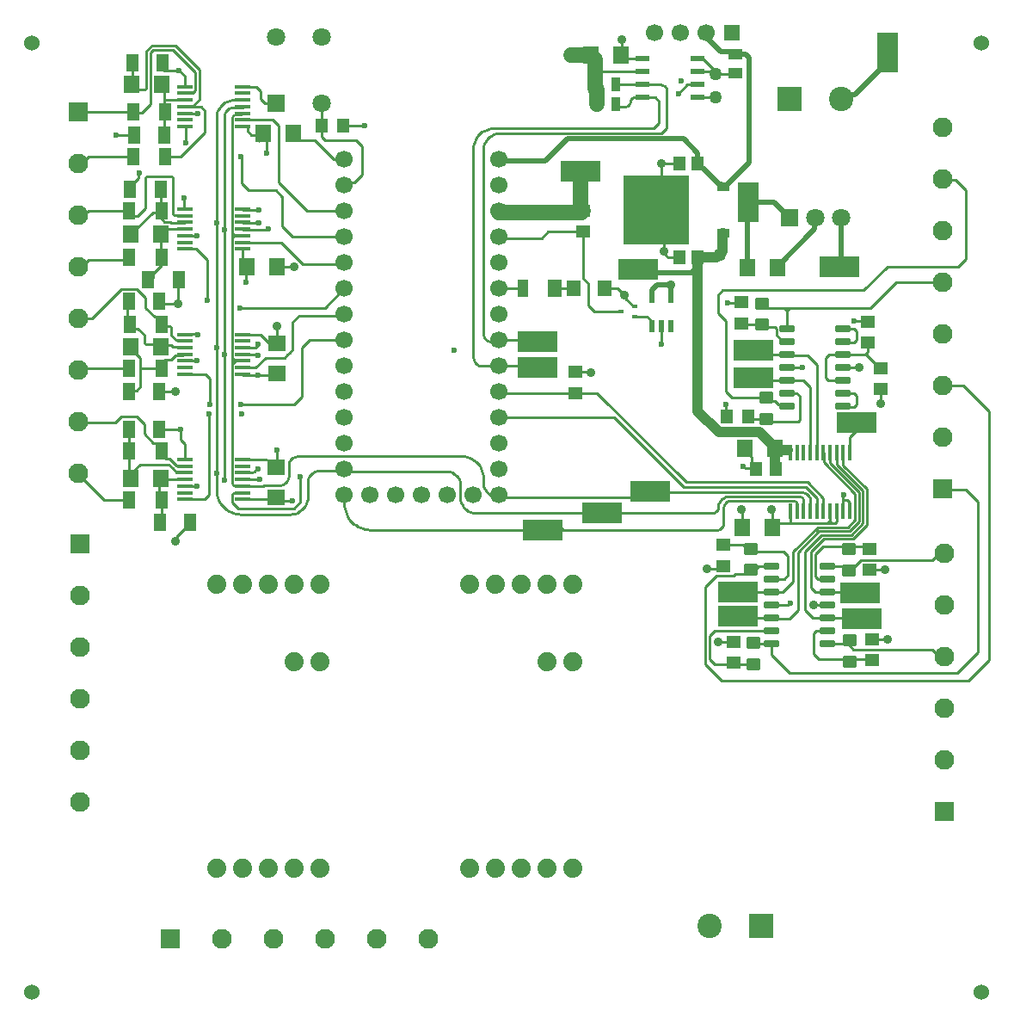
<source format=gtl>
G04*
G04 #@! TF.GenerationSoftware,Altium Limited,Altium Designer,20.1.14 (287)*
G04*
G04 Layer_Physical_Order=1*
G04 Layer_Color=255*
%FSLAX25Y25*%
%MOIN*%
G70*
G04*
G04 #@! TF.SameCoordinates,7A970C34-DB54-4F81-A8C4-4C09E61C51C5*
G04*
G04*
G04 #@! TF.FilePolarity,Positive*
G04*
G01*
G75*
%ADD19C,0.01000*%
%ADD24R,0.05750X0.02100*%
%ADD31R,0.02000X0.04650*%
%ADD44C,0.07087*%
%ADD59C,0.02000*%
%ADD60C,0.05906*%
%ADD61R,0.08268X0.15748*%
%ADD62R,0.04528X0.05709*%
%ADD63R,0.25600X0.26500*%
%ADD64R,0.06260X0.07165*%
%ADD65R,0.05512X0.05906*%
%ADD66R,0.05591X0.04724*%
G04:AMPARAMS|DCode=67|XSize=23.62mil|YSize=57.09mil|CornerRadius=2.01mil|HoleSize=0mil|Usage=FLASHONLY|Rotation=90.000|XOffset=0mil|YOffset=0mil|HoleType=Round|Shape=RoundedRectangle|*
%AMROUNDEDRECTD67*
21,1,0.02362,0.05307,0,0,90.0*
21,1,0.01961,0.05709,0,0,90.0*
1,1,0.00402,0.02653,0.00980*
1,1,0.00402,0.02653,-0.00980*
1,1,0.00402,-0.02653,-0.00980*
1,1,0.00402,-0.02653,0.00980*
%
%ADD67ROUNDEDRECTD67*%
%ADD68R,0.04724X0.05827*%
G04:AMPARAMS|DCode=69|XSize=59.06mil|YSize=16.14mil|CornerRadius=2.02mil|HoleSize=0mil|Usage=FLASHONLY|Rotation=270.000|XOffset=0mil|YOffset=0mil|HoleType=Round|Shape=RoundedRectangle|*
%AMROUNDEDRECTD69*
21,1,0.05906,0.01211,0,0,270.0*
21,1,0.05502,0.01614,0,0,270.0*
1,1,0.00404,-0.00605,-0.02751*
1,1,0.00404,-0.00605,0.02751*
1,1,0.00404,0.00605,0.02751*
1,1,0.00404,0.00605,-0.02751*
%
%ADD69ROUNDEDRECTD69*%
%ADD70R,0.04724X0.05591*%
%ADD71R,0.02362X0.01575*%
%ADD72R,0.07165X0.06260*%
G04:AMPARAMS|DCode=73|XSize=58.27mil|YSize=16.14mil|CornerRadius=0.81mil|HoleSize=0mil|Usage=FLASHONLY|Rotation=0.000|XOffset=0mil|YOffset=0mil|HoleType=Round|Shape=RoundedRectangle|*
%AMROUNDEDRECTD73*
21,1,0.05827,0.01453,0,0,0.0*
21,1,0.05665,0.01614,0,0,0.0*
1,1,0.00161,0.02833,-0.00726*
1,1,0.00161,-0.02833,-0.00726*
1,1,0.00161,-0.02833,0.00726*
1,1,0.00161,0.02833,0.00726*
%
%ADD73ROUNDEDRECTD73*%
%ADD74R,0.05039X0.06969*%
%ADD75R,0.05433X0.04095*%
%ADD76R,0.15748X0.08268*%
%ADD77R,0.04800X0.03500*%
%ADD78R,0.03819X0.05433*%
G04:AMPARAMS|DCode=79|XSize=47.24mil|YSize=55.91mil|CornerRadius=5.91mil|HoleSize=0mil|Usage=FLASHONLY|Rotation=90.000|XOffset=0mil|YOffset=0mil|HoleType=Round|Shape=RoundedRectangle|*
%AMROUNDEDRECTD79*
21,1,0.04724,0.04409,0,0,90.0*
21,1,0.03543,0.05591,0,0,90.0*
1,1,0.01181,0.02205,0.01772*
1,1,0.01181,0.02205,-0.01772*
1,1,0.01181,-0.02205,-0.01772*
1,1,0.01181,-0.02205,0.01772*
%
%ADD79ROUNDEDRECTD79*%
%ADD80R,0.04449X0.06969*%
%ADD81R,0.05236X0.06969*%
%ADD82R,0.04764X0.06969*%
%ADD83C,0.03937*%
%ADD84C,0.06693*%
%ADD85R,0.06378X0.06378*%
%ADD86R,0.07677X0.07677*%
%ADD87C,0.07677*%
%ADD88R,0.09449X0.09449*%
%ADD89C,0.09449*%
%ADD90C,0.07400*%
%ADD91R,0.07087X0.07087*%
%ADD92R,0.07087X0.07087*%
%ADD93R,0.07677X0.07677*%
%ADD94C,0.06000*%
%ADD95C,0.02362*%
%ADD96C,0.03543*%
%ADD97C,0.05000*%
D19*
X91343Y358500D02*
X90346Y358429D01*
X89370Y358216D01*
X88435Y357867D01*
X87558Y357389D01*
X86759Y356790D01*
X86052Y356084D01*
X85454Y355285D01*
X84975Y354408D01*
X84626Y353472D01*
X84414Y352496D01*
X84342Y351500D01*
X193842Y205001D02*
X194344Y204500D01*
X193842Y205001D02*
X194344Y204500D01*
X183843Y259000D02*
X184014Y257918D01*
X184511Y256943D01*
X185285Y256168D01*
X186261Y255671D01*
X187343Y255500D01*
X191842Y347500D02*
X190878Y347442D01*
X189928Y347268D01*
X189006Y346980D01*
X188125Y346584D01*
X187298Y346084D01*
X186538Y345488D01*
X185854Y344805D01*
X185259Y344044D01*
X184759Y343218D01*
X184362Y342337D01*
X184075Y341414D01*
X183901Y340464D01*
X183843Y339500D01*
X239004Y357000D02*
X239297Y356293D01*
X240004Y356000D01*
X252842Y347500D02*
X253770Y347647D01*
X254606Y348073D01*
X255270Y348737D01*
X255696Y349573D01*
X255842Y350500D01*
X242843Y356000D02*
X243843Y356268D01*
X244575Y357000D01*
X244843Y358000D01*
X246342Y359500D02*
X245282Y359061D01*
X244843Y358000D01*
X187843Y267500D02*
X188033Y266544D01*
X188574Y265733D01*
X189385Y265192D01*
X190341Y265002D01*
X193842Y345500D02*
X192801Y345409D01*
X191790Y345138D01*
X190842Y344696D01*
X189986Y344096D01*
X189246Y343357D01*
X188646Y342500D01*
X188204Y341552D01*
X187934Y340542D01*
X187843Y339500D01*
X258842Y362000D02*
X258652Y362957D01*
X258110Y363768D01*
X257299Y364310D01*
X256343Y364500D01*
X255842Y345500D02*
X256770Y345647D01*
X257606Y346073D01*
X258270Y346737D01*
X258696Y347573D01*
X258842Y348500D01*
X92254Y257441D02*
X91338Y257195D01*
X90667Y256525D01*
X90421Y255608D01*
Y259274D02*
X90667Y258357D01*
X91338Y257686D01*
X92254Y257441D01*
X91862Y305941D02*
X90843Y305519D01*
X90421Y304500D01*
X90421Y350079D02*
X90421Y350096D01*
X91362Y305941D02*
X91343Y305941D01*
X90421Y307500D02*
X90878Y306398D01*
X91980Y305941D01*
X91789Y352917D02*
X90822Y352517D01*
X90421Y351549D01*
X187843Y210000D02*
X187939Y209025D01*
X188223Y208087D01*
X188685Y207223D01*
X189307Y206466D01*
X190064Y205844D01*
X190928Y205382D01*
X191866Y205098D01*
X192841Y205001D01*
X314504Y203339D02*
X314349Y204315D01*
X313900Y205197D01*
X313201Y205896D01*
X312319Y206345D01*
X311343Y206500D01*
X249843Y204500D02*
X250799Y204690D01*
X251610Y205232D01*
X252152Y206043D01*
X252343Y207000D01*
X252842Y206500D01*
X115842Y220500D02*
X114761Y220329D01*
X113785Y219832D01*
X113011Y219057D01*
X112514Y218082D01*
X112343Y217000D01*
X187843Y212000D02*
X187780Y213024D01*
X187595Y214034D01*
X187290Y215014D01*
X186869Y215950D01*
X186338Y216828D01*
X185705Y217636D01*
X184979Y218362D01*
X184171Y218995D01*
X183293Y219526D01*
X182357Y219948D01*
X181377Y220253D01*
X180367Y220438D01*
X179342Y220500D01*
X84342Y207538D02*
X84395Y206541D01*
X84551Y205555D01*
X84809Y204591D01*
X85167Y203659D01*
X85620Y202769D01*
X86164Y201932D01*
X86792Y201156D01*
X87498Y200450D01*
X88274Y199822D01*
X89112Y199278D01*
X90001Y198825D01*
X90933Y198467D01*
X91897Y198208D01*
X92883Y198052D01*
X93880Y198000D01*
X112789D02*
X113793Y198072D01*
X114776Y198286D01*
X115719Y198637D01*
X116603Y199120D01*
X117408Y199723D01*
X118120Y200434D01*
X118723Y201240D01*
X119205Y202123D01*
X119557Y203066D01*
X119771Y204050D01*
X119843Y205053D01*
X178842Y204500D02*
X178934Y203458D01*
X179204Y202448D01*
X179646Y201500D01*
X180246Y200643D01*
X180986Y199904D01*
X181843Y199304D01*
X182790Y198862D01*
X183801Y198591D01*
X184843Y198500D01*
X98252Y214059D02*
X99262Y214477D01*
X99680Y215487D01*
X178842Y209500D02*
X178746Y210475D01*
X178462Y211413D01*
X178000Y212278D01*
X177378Y213035D01*
X176620Y213657D01*
X175756Y214119D01*
X174818Y214404D01*
X173843Y214500D01*
X124343Y215000D02*
X123341Y214887D01*
X122390Y214554D01*
X121537Y214018D01*
X120824Y213306D01*
X120288Y212453D01*
X119955Y211501D01*
X119843Y210500D01*
X276343Y198500D02*
X277299Y198690D01*
X278110Y199232D01*
X278652Y200043D01*
X278842Y201000D01*
X98998Y262620D02*
X99343Y262681D01*
X99269Y311000D02*
X99843Y311181D01*
X90976Y355634D02*
X90036Y355510D01*
X89159Y355147D01*
X88407Y354570D01*
X87829Y353817D01*
X87466Y352941D01*
X87343Y352000D01*
X133918Y202035D02*
X133966Y201055D01*
X134110Y200084D01*
X134349Y199132D01*
X134679Y198208D01*
X135099Y197321D01*
X135603Y196480D01*
X136188Y195691D01*
X136847Y194964D01*
X137574Y194305D01*
X138362Y193721D01*
X139204Y193216D01*
X140091Y192797D01*
X141015Y192466D01*
X141967Y192227D01*
X142938Y192083D01*
X143918Y192035D01*
X283724Y203382D02*
X282834Y203241D01*
X282031Y202832D01*
X281393Y202194D01*
X280984Y201391D01*
X280842Y200500D01*
X309386Y202045D02*
X308994Y202990D01*
X308049Y203382D01*
X106342Y216350D02*
X106127Y217432D01*
X105515Y218349D01*
X104597Y218962D01*
X103516Y219177D01*
X284768Y148500D02*
X284842Y148575D01*
X287992Y198850D02*
X287842Y199000D01*
X337417Y176500D02*
X337343Y176425D01*
X338342Y149575D02*
X338417Y149500D01*
X229343Y253000D02*
X229268Y253075D01*
X287992Y198850D02*
X287842Y199000D01*
X106342Y216350D02*
X106127Y217432D01*
X105515Y218349D01*
X104597Y218962D01*
X103516Y219177D01*
X282142Y177500D02*
X282567Y177925D01*
X299693Y199650D02*
X299417Y199925D01*
X309386Y202045D02*
X308994Y202990D01*
X308049Y203382D01*
X283724D02*
X282834Y203241D01*
X282031Y202832D01*
X281393Y202194D01*
X280984Y201391D01*
X280842Y200500D01*
X218342Y192500D02*
X218807Y192035D01*
X278378D02*
X279321Y192223D01*
X280121Y192757D01*
X280655Y193557D01*
X280842Y194500D01*
X133918Y202035D02*
X133966Y201055D01*
X134110Y200084D01*
X134349Y199132D01*
X134679Y198208D01*
X135099Y197321D01*
X135603Y196480D01*
X136188Y195691D01*
X136847Y194964D01*
X137574Y194305D01*
X138362Y193721D01*
X139204Y193216D01*
X140091Y192797D01*
X141015Y192466D01*
X141967Y192227D01*
X142938Y192083D01*
X143918Y192035D01*
X90976Y355634D02*
X90036Y355510D01*
X89159Y355147D01*
X88407Y354570D01*
X87829Y353817D01*
X87466Y352941D01*
X87343Y352000D01*
X99269Y311000D02*
X99843Y311181D01*
X98999Y262620D02*
X99342Y262681D01*
X311945Y203414D02*
X311515Y204452D01*
X310477Y204882D01*
X282724D02*
X281720Y204750D01*
X280784Y204362D01*
X279979Y203745D01*
X279363Y202941D01*
X278975Y202005D01*
X278842Y201000D01*
X178842Y204500D02*
X178934Y203458D01*
X179204Y202448D01*
X179646Y201500D01*
X180246Y200643D01*
X180986Y199904D01*
X181843Y199304D01*
X182790Y198862D01*
X183801Y198591D01*
X184843Y198500D01*
X178842Y209500D02*
X178746Y210475D01*
X178462Y211413D01*
X178000Y212278D01*
X177378Y213035D01*
X176620Y213657D01*
X175756Y214119D01*
X174818Y214404D01*
X173843Y214500D01*
X276343Y198500D02*
X277299Y198690D01*
X278110Y199232D01*
X278652Y200043D01*
X278842Y201000D01*
X98252Y214059D02*
X99262Y214477D01*
X99680Y215487D01*
X124343Y215000D02*
X123341Y214887D01*
X122390Y214554D01*
X121537Y214018D01*
X120824Y213306D01*
X120288Y212453D01*
X119955Y211501D01*
X119843Y210500D01*
X112789Y198000D02*
X113793Y198072D01*
X114776Y198286D01*
X115719Y198637D01*
X116603Y199120D01*
X117408Y199723D01*
X118120Y200434D01*
X118723Y201240D01*
X119205Y202123D01*
X119557Y203066D01*
X119771Y204050D01*
X119843Y205053D01*
X84342Y207538D02*
X84395Y206541D01*
X84551Y205555D01*
X84809Y204591D01*
X85167Y203659D01*
X85620Y202769D01*
X86164Y201932D01*
X86792Y201156D01*
X87498Y200450D01*
X88274Y199822D01*
X89112Y199278D01*
X90001Y198825D01*
X90933Y198467D01*
X91897Y198208D01*
X92883Y198052D01*
X93880Y198000D01*
X93778Y352917D02*
X94620Y353379D01*
X91967Y305941D02*
X91980Y305941D01*
X92239Y257441D02*
X92254Y257441D01*
X91362Y305941D02*
X91343Y305941D01*
X252343Y207000D02*
X252842Y206500D01*
X249843Y204500D02*
X250799Y204690D01*
X251610Y205232D01*
X252152Y206043D01*
X252343Y207000D01*
X187843Y210000D02*
X187939Y209025D01*
X188223Y208087D01*
X188685Y207223D01*
X189307Y206466D01*
X190064Y205844D01*
X190928Y205382D01*
X191866Y205098D01*
X192841Y205001D01*
X314504Y203339D02*
X314349Y204315D01*
X313900Y205197D01*
X313201Y205896D01*
X312319Y206345D01*
X311343Y206500D01*
X187843Y212000D02*
X187780Y213024D01*
X187595Y214034D01*
X187290Y215014D01*
X186869Y215950D01*
X186338Y216828D01*
X185705Y217636D01*
X184979Y218362D01*
X184171Y218995D01*
X183293Y219526D01*
X182357Y219948D01*
X181377Y220253D01*
X180367Y220438D01*
X179342Y220500D01*
X115842Y220500D02*
X114761Y220329D01*
X113785Y219832D01*
X113011Y219057D01*
X112514Y218082D01*
X112343Y217000D01*
X109178Y209088D02*
X110199Y209457D01*
X111082Y210086D01*
X111765Y210929D01*
X112195Y211925D01*
X112343Y213000D01*
X108973Y209067D02*
X109178Y209088D01*
X102760Y209067D02*
X102339Y208996D01*
X102011Y208941D02*
X102339Y208996D01*
X90421Y307486D02*
X90878Y306398D01*
X91967Y305941D01*
X91862Y305941D02*
X90848Y305523D01*
X90421Y304513D01*
X90421Y307500D02*
X90421Y307486D01*
X90421Y350092D02*
X90421Y350096D01*
X90421Y350079D02*
Y350092D01*
Y350079D02*
Y350079D01*
X90421Y259274D02*
X90421Y259259D01*
Y304513D02*
X90421Y304500D01*
X91932Y257470D02*
X92239Y257441D01*
X90421Y259259D02*
X90620Y258443D01*
X91161Y257802D01*
X91932Y257470D01*
X92239Y257441D02*
X91333Y257193D01*
X90669Y256529D01*
X90421Y255623D01*
X92254Y257441D02*
X92239Y257441D01*
X90421Y210207D02*
X90792Y209312D01*
X91687Y208941D01*
X90421Y255623D02*
X90421Y255608D01*
X258842Y362000D02*
X258652Y362957D01*
X258110Y363768D01*
X257299Y364310D01*
X256343Y364500D01*
X255842Y345500D02*
X256770Y345647D01*
X257606Y346073D01*
X258270Y346737D01*
X258696Y347573D01*
X258842Y348500D01*
X193842Y345500D02*
X192801Y345409D01*
X191790Y345138D01*
X190842Y344696D01*
X189986Y344096D01*
X189246Y343357D01*
X188646Y342500D01*
X188204Y341552D01*
X187934Y340542D01*
X187843Y339500D01*
Y267500D02*
X188033Y266544D01*
X188574Y265733D01*
X189385Y265192D01*
X190341Y265002D01*
X246342Y359500D02*
X245282Y359061D01*
X244843Y358000D01*
X242843Y356000D02*
X243843Y356268D01*
X244575Y357000D01*
X244843Y358000D01*
X252842Y347500D02*
X253770Y347647D01*
X254606Y348073D01*
X255270Y348737D01*
X255696Y349573D01*
X255842Y350500D01*
X239004Y357000D02*
X239297Y356293D01*
X240004Y356000D01*
X191842Y347500D02*
X190878Y347442D01*
X189928Y347268D01*
X189006Y346980D01*
X188125Y346584D01*
X187298Y346084D01*
X186538Y345488D01*
X185854Y344805D01*
X185259Y344044D01*
X184759Y343218D01*
X184362Y342337D01*
X184075Y341414D01*
X183901Y340464D01*
X183843Y339500D01*
Y259000D02*
X184014Y257918D01*
X184511Y256943D01*
X185285Y256168D01*
X186261Y255671D01*
X187343Y255500D01*
X133843Y205000D02*
X133918Y204012D01*
X45342Y345000D02*
X52457D01*
X290861Y183575D02*
X304268D01*
X288361Y186075D02*
X290861Y183575D01*
X30843Y213500D02*
Y214000D01*
X40843Y203500D02*
X50642D01*
X30843Y213500D02*
X40843Y203500D01*
X30843Y234000D02*
X31343Y233500D01*
X47404Y235772D02*
X53510D01*
X45132Y233500D02*
X47404Y235772D01*
X31343Y233500D02*
X45132D01*
X53510Y235772D02*
X56343Y232939D01*
Y229061D02*
Y232939D01*
X30843Y254000D02*
X31343Y254500D01*
X50642D01*
X63244Y271000D02*
X66257D01*
X36132Y274000D02*
X47404Y285272D01*
X30843Y274000D02*
X36132D01*
X49642Y296500D02*
X50642Y297500D01*
X30843Y294000D02*
X32267D01*
X34767Y296500D01*
X49642D01*
X30843Y314000D02*
X32120Y315278D01*
X34545D01*
X34767Y315500D02*
X50642D01*
X34545Y315278D02*
X34767Y315500D01*
X30843Y334000D02*
X32267D01*
X34767Y336500D01*
X52142D01*
X30843Y354000D02*
X52142D01*
X64193Y358500D02*
Y361500D01*
Y353850D02*
Y358500D01*
X72063D01*
X64193Y353850D02*
X64543Y353500D01*
X64228Y353185D02*
X64543Y353500D01*
X91343Y358500D02*
X94622D01*
X107846Y203319D02*
X113662D01*
X107343Y203823D02*
X107846Y203319D01*
X373843Y248000D02*
X383842Y238000D01*
X371342Y136500D02*
X379343Y144500D01*
X375842Y133500D02*
X383842Y141500D01*
X379343Y144500D02*
Y203000D01*
X383842Y141500D02*
Y238000D01*
X374843Y207500D02*
X379343Y203000D01*
X282724Y204882D02*
X310477D01*
X283724Y203382D02*
X308049D01*
X90421Y255608D02*
Y257603D01*
Y259274D01*
Y304500D02*
Y306000D01*
Y307500D01*
Y350079D01*
Y350096D02*
Y351549D01*
X90584Y257441D02*
X92254D01*
X91789Y352917D02*
X93778D01*
X108343Y209067D02*
X108973D01*
X192841Y205001D02*
X193842D01*
X63043Y222500D02*
Y223602D01*
X61161Y225484D02*
X63043Y223602D01*
X59920Y225484D02*
X61161D01*
X56343Y229061D02*
X59920Y225484D01*
X56965Y277939D02*
X60419Y274484D01*
X56965Y277939D02*
Y281817D01*
X60419Y274484D02*
X61362D01*
X63244Y271500D02*
Y272602D01*
X53510Y285272D02*
X56965Y281817D01*
X47404Y285272D02*
X53510D01*
X61362Y274484D02*
X63244Y272602D01*
X52142Y353500D02*
X55343D01*
X193842Y305001D02*
X210344D01*
X295708Y241754D02*
X300954D01*
X285396Y175000D02*
X291399D01*
X294399Y178000D01*
X292342Y148000D02*
X299614D01*
X187343Y255500D02*
X193842D01*
X183843Y259000D02*
Y339500D01*
X191842Y347500D02*
X252842D01*
X240004Y356000D02*
X242843D01*
X246342Y359500D02*
X249393D01*
X190341Y265001D02*
X193842D01*
X187843Y267500D02*
Y339500D01*
X193842Y345500D02*
X255842D01*
X258842Y348500D02*
Y362000D01*
X249393Y364500D02*
X256343D01*
X330842Y158000D02*
X333842Y155000D01*
X329842Y141925D02*
X338342D01*
X328458D02*
X329842D01*
X328458D02*
X328842D01*
X319342Y185500D02*
X336417D01*
X282842Y139925D02*
X290342D01*
X277428D02*
X282842D01*
X193842Y245001D02*
X223266D01*
X216508Y285500D02*
X224437D01*
X51957Y362500D02*
Y370000D01*
Y362035D02*
Y362500D01*
X72677Y355941D02*
X75305D01*
X78373D01*
X50142Y271500D02*
X51642Y270000D01*
X62693Y263500D02*
X62843D01*
X62343D02*
X62843D01*
X62693D02*
X62843D01*
X63342Y263000D01*
Y263500D02*
X66823D01*
X49957Y271685D02*
X50142Y271500D01*
X62843Y263500D02*
X63342D01*
X50457Y246500D02*
X50957Y246000D01*
X50492Y263047D02*
X54843Y258697D01*
Y254500D02*
Y255000D01*
Y258697D01*
X50992Y305000D02*
X53622Y307630D01*
X62728Y315500D02*
Y322000D01*
X57842Y287500D02*
X59862Y289520D01*
X62693Y295850D02*
Y304453D01*
Y305000D02*
X64252Y306559D01*
X62193Y205350D02*
Y212500D01*
X63193Y211500D01*
X63043Y197087D02*
Y204500D01*
X283642Y368500D02*
X284642Y369500D01*
X90480Y305941D02*
X91343D01*
Y305921D02*
Y305941D01*
X91362Y305941D02*
X91862D01*
X194344Y204500D02*
X249843D01*
X252842Y206500D02*
X311343D01*
X92254Y257441D02*
X94622D01*
X91862Y305941D02*
X91980D01*
X187843Y210000D02*
Y212000D01*
X112343Y213000D02*
Y217000D01*
X115842Y220500D02*
X179342D01*
X102760Y209067D02*
X108343D01*
X91980Y305941D02*
X94622D01*
X90421Y210207D02*
Y255608D01*
Y259274D02*
Y304500D01*
X84342Y207538D02*
Y214000D01*
X93880Y198000D02*
X112789D01*
X94622Y214059D02*
X98252D01*
X94183Y262620D02*
X98998D01*
X94622Y311000D02*
X99269D01*
X119843Y205053D02*
Y210500D01*
X178842Y204500D02*
Y209500D01*
X184843Y198500D02*
X276343D01*
X124343Y215000D02*
X133843D01*
X134343Y214500D02*
X173843D01*
X99343Y262681D02*
X100343Y263681D01*
X87343Y308319D02*
Y352000D01*
X94303Y259819D02*
X100024D01*
X94595Y355634D02*
X94902Y355941D01*
X280842Y194500D02*
Y200500D01*
X309386Y199142D02*
Y202045D01*
X143918Y192035D02*
X278378D01*
X321071Y178000D02*
X331939D01*
X329361Y150075D02*
X329842D01*
X327286Y148000D02*
X329361Y150075D01*
X329842Y147086D02*
Y150075D01*
X74228Y194535D02*
Y195500D01*
X94622Y219177D02*
X103516D01*
X61728Y279500D02*
X69342D01*
X113842Y343000D02*
X122343D01*
X278842Y148500D02*
X284768D01*
X274342Y177000D02*
X282917D01*
X287842Y199000D02*
Y200000D01*
X289211Y216000D02*
X293551D01*
X337417Y176500D02*
X343342D01*
X338417Y149500D02*
X344342D01*
X327299Y203500D02*
Y205500D01*
X117969Y295000D02*
X133843D01*
X116342Y275000D02*
X133843D01*
X107343Y253150D02*
X107843Y253650D01*
X103842Y343850D02*
X103992Y344000D01*
X223342Y253075D02*
X229268D01*
X71592Y257470D02*
X76813D01*
X71092Y305970D02*
X76813D01*
X241342Y376150D02*
Y382000D01*
X281842Y236425D02*
X282268Y236000D01*
X281842Y236425D02*
Y240500D01*
X109588Y303382D02*
X117969Y295000D01*
X94622Y303382D02*
X109588D01*
X107693Y294000D02*
X114342D01*
X95842Y288000D02*
Y293850D01*
X305614Y278000D02*
X306886D01*
X304343D02*
X305614D01*
Y276728D02*
Y278000D01*
X64925Y219516D02*
X66230D01*
X54909Y217370D02*
X58530D01*
X67339Y215849D02*
Y215888D01*
X63043Y221398D02*
X64925Y219516D01*
X63043Y221398D02*
Y221949D01*
X67339Y215849D02*
X68821Y214366D01*
X71756D02*
X72063Y214059D01*
X65856Y217370D02*
X67339Y215888D01*
X68821Y216925D02*
X71756D01*
X68821Y214366D02*
X71756D01*
X58530Y217370D02*
X65856D01*
X66230Y219516D02*
X68821Y216925D01*
X55343Y353500D02*
X58842Y357000D01*
X58776Y360384D02*
X58842Y360317D01*
Y357000D02*
Y360317D01*
X57275Y363086D02*
Y377433D01*
X59342Y379500D01*
X68343D01*
X58776Y376812D02*
X59964Y378000D01*
X58776Y360384D02*
Y376812D01*
X59964Y378000D02*
X67499D01*
X68343Y379500D02*
X77764Y370079D01*
X67499Y378000D02*
X76264Y369236D01*
X51957Y362035D02*
X52421Y362500D01*
X56690D01*
X57275Y363086D01*
X77764Y358707D02*
Y370079D01*
X257699Y299330D02*
Y300018D01*
Y313044D01*
X254743Y316000D02*
X257699Y313044D01*
Y299330D02*
X258844Y298185D01*
Y297998D02*
Y298185D01*
Y297998D02*
X259343Y297500D01*
X263799D01*
X306614Y136500D02*
X371342D01*
X299614Y143500D02*
X306614Y136500D01*
X273843Y170000D02*
X278118Y174276D01*
X284671D01*
X285396Y175000D01*
X287842Y158500D02*
X288342Y158000D01*
X299614D01*
X300114Y157500D01*
X273843Y139890D02*
Y170000D01*
X106020Y350823D02*
X108343Y348500D01*
X94622Y350823D02*
X106020D01*
X108343Y326500D02*
Y348500D01*
X103842Y338000D02*
Y343850D01*
X94622Y348264D02*
X96036D01*
X96343Y347957D01*
Y346542D02*
Y347957D01*
Y346542D02*
X97948Y344938D01*
X99362D01*
X100409Y343891D01*
X100909Y342477D02*
Y343891D01*
X287992Y193000D02*
Y198850D01*
X63728Y370000D02*
X69842D01*
X108343Y326500D02*
X119343Y315500D01*
X94799Y316000D02*
X100842D01*
X94622Y316177D02*
X94799Y316000D01*
X94803Y308319D02*
X104162D01*
X104342Y308500D01*
X94622D02*
X94803Y308319D01*
X100024Y311000D02*
X100842D01*
X99843Y311181D02*
X100024Y311000D01*
X113842Y261817D02*
Y272500D01*
X112713Y260687D02*
X113842Y261817D01*
X111959Y259933D02*
X112713Y260687D01*
X110716Y258691D02*
X111959Y259933D01*
X103325Y258691D02*
X110716D01*
X100343Y263681D02*
Y264000D01*
X107843Y216850D02*
Y223000D01*
X107343Y216350D02*
X107843Y216850D01*
X116935Y202801D02*
Y212407D01*
X116842Y212500D02*
X116935Y212407D01*
X114366Y200232D02*
X116935Y202801D01*
X92719Y200232D02*
X114366D01*
X99693Y215500D02*
X100343D01*
X94744Y211622D02*
X101274D01*
X94622Y211500D02*
X94744Y211622D01*
X99680Y215487D02*
X99693Y215500D01*
X94622Y203823D02*
X106342D01*
X90421Y202530D02*
X92719Y200232D01*
X90421Y202530D02*
Y205579D01*
X90917Y206075D01*
X100024Y259819D02*
X100343Y259500D01*
X99516Y254882D02*
X103325Y258691D01*
X94622Y254882D02*
X99516D01*
X94945Y252000D02*
X100343D01*
X94622Y252323D02*
X94945Y252000D01*
X100343D02*
X104693D01*
X54843Y254500D02*
X62543D01*
X66843Y267384D02*
Y270414D01*
X68801Y265425D02*
X71256D01*
X66843Y267384D02*
X68801Y265425D01*
X66827Y257984D02*
X68555Y259713D01*
X64425Y257984D02*
X66827D01*
X62543Y256102D02*
X64425Y257984D01*
X68555Y259713D02*
X71276D01*
X72004Y311000D02*
X72063Y311059D01*
X63043Y312500D02*
X64173Y311370D01*
X66726Y311000D02*
X72004D01*
X66356Y311370D02*
X66726Y311000D01*
X64173Y311370D02*
X66356D01*
X53622Y307630D02*
Y308780D01*
X59747Y314905D01*
X62448D01*
X63043Y315500D01*
X56842Y316500D02*
Y328414D01*
X51737Y313595D02*
X53938D01*
X56842Y316500D01*
X54184Y328192D02*
Y329938D01*
X50957Y324965D02*
X54184Y328192D01*
X67343Y314511D02*
Y328414D01*
X57428Y329000D02*
X66757D01*
X56842Y328414D02*
X57428Y329000D01*
X66757D02*
X67343Y328414D01*
X54184Y329938D02*
X54444Y330199D01*
X50957Y324000D02*
Y324965D01*
X67928Y313925D02*
X70756D01*
X67343Y314511D02*
X67928Y313925D01*
X64252Y308409D02*
X70973D01*
X64252Y306559D02*
Y308409D01*
X71276Y259713D02*
X71563Y260000D01*
X62543Y255000D02*
Y256102D01*
X277842Y368500D02*
Y369325D01*
X277667Y369500D02*
X277842Y369325D01*
Y368500D02*
X283642D01*
X104693Y252000D02*
X105342Y252650D01*
X87343Y260000D02*
Y308319D01*
X242829Y281628D02*
X245988Y278469D01*
X242829Y281628D02*
Y282513D01*
X245988Y278469D02*
X246382D01*
X242342Y283000D02*
X242829Y282513D01*
X239843Y285500D02*
X242342Y283000D01*
X234748Y285500D02*
X239843D01*
X107843Y264350D02*
Y271000D01*
X113842Y272500D02*
X116342Y275000D01*
X94622Y267677D02*
X101563D01*
X104890Y264350D01*
X105342D01*
X59862Y291217D02*
X63043Y294398D01*
X59862Y289520D02*
Y291217D01*
X63043Y294398D02*
Y295500D01*
X254743Y316000D02*
X256842Y318100D01*
Y334000D01*
X263799D01*
X71842Y316398D02*
Y320500D01*
Y316398D02*
X72063Y316177D01*
Y363618D02*
Y367780D01*
X69842Y370000D02*
X72063Y367780D01*
X76264Y362325D02*
Y369236D01*
X69342Y287228D02*
X69614Y287500D01*
X69342Y279500D02*
Y287228D01*
X68829Y189136D02*
X74228Y194535D01*
X68343Y187500D02*
X68829Y187987D01*
Y189136D01*
X288711Y216500D02*
X289211Y216000D01*
X288342Y216500D02*
X288711D01*
X288992Y223047D02*
Y223500D01*
X291689Y217862D02*
X293551Y216000D01*
X281842Y245500D02*
Y273000D01*
X284268Y243075D02*
X297342D01*
X281842Y245500D02*
X284268Y243075D01*
X278842Y276000D02*
Y283000D01*
Y276000D02*
X281842Y273000D01*
X278842Y283000D02*
X280592Y284750D01*
X282343Y280000D02*
X287768D01*
X280592Y284750D02*
X335092D01*
X287768Y280000D02*
X287842Y280075D01*
X288992Y223047D02*
X291689Y220350D01*
Y217862D02*
Y220350D01*
X290917Y236000D02*
X291992Y234925D01*
X297342D01*
X241193Y376000D02*
X241342Y376150D01*
X241193Y376000D02*
X242693Y374500D01*
X249393D01*
X263342Y361000D02*
X266843Y364500D01*
X270843D01*
X329858Y221858D02*
Y228016D01*
X332343Y230500D01*
X335842Y260000D02*
X335984D01*
X341409Y254575D02*
X341843D01*
X335984Y260000D02*
X341409Y254575D01*
X336842Y261000D02*
Y264425D01*
X335842Y260000D02*
X336842Y261000D01*
X256842Y264000D02*
Y270725D01*
X80843Y281000D02*
Y296424D01*
X76443Y300823D02*
X80843Y296424D01*
X84342Y311000D02*
Y351500D01*
X93343Y278000D02*
X126344D01*
X84342Y262500D02*
Y311000D01*
X95842Y293850D02*
X95992Y294000D01*
X126344Y278000D02*
X133843Y285499D01*
X94622Y295870D02*
X95992Y294500D01*
X94622Y295870D02*
Y300823D01*
X72063Y219177D02*
Y225280D01*
X70342Y227000D02*
X72063Y225280D01*
X70342Y227000D02*
Y231000D01*
X62228D02*
X70342D01*
X72063Y208941D02*
X72092Y208970D01*
X76813D01*
X76842Y209000D01*
X76813Y257470D02*
X76842Y257500D01*
X76813Y305970D02*
X76842Y306000D01*
X71063Y305941D02*
X71092Y305970D01*
X77201Y353321D02*
X77262Y353260D01*
X72404Y353321D02*
X77201D01*
X72342Y353382D02*
X72404Y353321D01*
X79943Y345809D02*
Y354370D01*
X70634Y336500D02*
X79943Y345809D01*
X78373Y355941D02*
X79943Y354370D01*
X193842Y255500D02*
X208343D01*
X208842Y255000D01*
X208343Y265500D02*
X208842Y265000D01*
X193842Y265500D02*
X208343D01*
X133417Y348500D02*
X141842D01*
X93843Y336500D02*
X94103Y336239D01*
Y326239D02*
X96842Y323500D01*
X94103Y326239D02*
Y336239D01*
X119343Y315500D02*
X133841D01*
X129842Y335500D02*
X133841D01*
X133843Y335499D01*
X122343Y343000D02*
X129842Y335500D01*
X125268Y344075D02*
Y348500D01*
X126342Y343000D02*
X138342D01*
X125268Y344075D02*
X126342Y343000D01*
X125201Y348567D02*
X125268Y348500D01*
X134799Y326455D02*
X137798D01*
X133843Y325499D02*
X134799Y326455D01*
X137798D02*
X140842Y329500D01*
Y340500D01*
X138342Y343000D02*
X140842Y340500D01*
X125201Y348567D02*
Y357205D01*
X92597Y363618D02*
X94622D01*
X92289Y363925D02*
X92597Y363618D01*
X94622D02*
X94740Y363500D01*
X99843D01*
X64543Y336500D02*
X70634D01*
X101342Y359000D02*
Y362000D01*
X99843Y363500D02*
X101342Y362000D01*
X103138Y357205D02*
X107484D01*
X101342Y359000D02*
X103138Y357205D01*
X72342Y342000D02*
Y347984D01*
X75305Y361366D02*
X76264Y362325D01*
X72370Y361366D02*
X75305D01*
Y356248D02*
X77764Y358707D01*
X72063Y361059D02*
X72370Y361366D01*
X64228Y345000D02*
Y353185D01*
X72063Y348264D02*
X72342Y347984D01*
X87343Y211319D02*
Y260000D01*
X91687Y208941D02*
X94622D01*
X102011D01*
X94620Y353379D02*
X94622Y353382D01*
X314504Y199142D02*
Y203339D01*
X77004Y267839D02*
X77173Y267669D01*
X72224Y267839D02*
X77004D01*
X72063Y267677D02*
X72224Y267839D01*
X71563Y257441D02*
X71592Y257470D01*
X62228Y245500D02*
X68343D01*
X327071Y255000D02*
X333343D01*
X320342Y251000D02*
X321342Y250000D01*
X320342Y258500D02*
X321843Y260000D01*
X320342Y251000D02*
Y258500D01*
X321342Y250000D02*
X327071D01*
X321843Y260000D02*
X327071D01*
X341843Y241000D02*
Y246425D01*
X327299Y203500D02*
X328842D01*
X329648Y199352D02*
X329858Y199142D01*
X329648Y199352D02*
Y202695D01*
X328842Y203500D02*
X329648Y202695D01*
X327299Y199142D02*
Y203500D01*
Y205500D02*
X327343D01*
X315843Y163000D02*
X321071D01*
X275342Y142011D02*
Y151000D01*
Y142011D02*
X277428Y139925D01*
X275342Y151000D02*
X277343Y153000D01*
X299614D01*
X273843Y139890D02*
X280232Y133500D01*
X375842D01*
X299693Y193000D02*
Y199650D01*
X226343Y289624D02*
Y307425D01*
Y289624D02*
X228592Y287374D01*
Y278750D02*
Y287374D01*
Y278750D02*
X230842Y276500D01*
X241303D01*
X193842Y285500D02*
X203177D01*
X193842Y235500D02*
X238342D01*
X265342Y208500D01*
X223342Y244925D02*
X231917D01*
X266342Y210500D01*
X133841Y315500D02*
X133843Y315499D01*
X255842Y350500D02*
Y358000D01*
X133918Y202035D02*
Y204012D01*
X253102Y270725D02*
Y272740D01*
X251311Y274532D02*
X253102Y272740D01*
X249393Y359500D02*
X254343D01*
X284642Y369500D02*
X285343Y368799D01*
X292843Y250500D02*
X293342Y250000D01*
X292342Y261500D02*
X293843Y260000D01*
X299693Y193000D02*
X301193Y194500D01*
X297342Y233425D02*
X297417Y233500D01*
X300954Y241754D02*
X302141Y240566D01*
X296768Y270500D02*
X300757D01*
X301343Y269914D01*
X306343Y157500D02*
X309842Y161000D01*
X304343Y173000D02*
X305842Y174500D01*
X306311Y194500D02*
X307343D01*
X309757Y234000D02*
X310343Y234586D01*
X305048Y240566D02*
X305614Y240000D01*
Y245000D02*
X309257D01*
X305614Y276728D02*
X306886Y278000D01*
X304343D02*
X305614Y276728D01*
X315843Y144000D02*
X317917Y141925D01*
X315843Y152000D02*
X316843Y153000D01*
X315428Y157914D02*
X316631D01*
X316717Y158000D01*
X312343Y161000D02*
X315428Y157914D01*
X314843Y169500D02*
X316428Y167914D01*
X316342Y174000D02*
X317342Y173000D01*
X312842Y208500D02*
X317063Y204280D01*
X321071Y148000D02*
X327286D01*
X320985Y167914D02*
X321071Y168000D01*
X321843Y194500D02*
X322181Y194839D01*
X321181Y194500D02*
X321843D01*
X322998D02*
X324154D01*
X321843D02*
X322998D01*
X332343Y168000D02*
X332842Y167500D01*
X328693Y177000D02*
X329343Y176350D01*
X329776D01*
X330466Y190000D02*
X334953Y194486D01*
X331343Y239500D02*
X332343Y240500D01*
X331343Y245000D02*
X332343Y244000D01*
X331343Y264500D02*
X332343Y265500D01*
X331343Y270000D02*
X332343Y269000D01*
X336417Y185500D02*
X337343Y184575D01*
X337268Y184500D02*
X337343Y184575D01*
X336417Y273000D02*
X336842Y272575D01*
X364536Y143000D02*
X366342D01*
X361844Y145692D02*
X364536Y143000D01*
X364768Y181425D02*
X366342Y183000D01*
X364643D02*
X366342D01*
X361718Y180075D02*
X364643Y183000D01*
X365843Y208000D02*
X366342Y207500D01*
X365843Y328000D02*
X366342Y327500D01*
X371843Y294000D02*
X374843Y297000D01*
X272668Y374500D02*
X277667Y369500D01*
X299614Y143500D02*
Y148000D01*
X301343Y267598D02*
Y269914D01*
X305842Y174500D02*
Y182000D01*
X305974Y163000D02*
X306474Y163500D01*
X306842D01*
X309842Y161000D02*
Y183379D01*
X307842Y172000D02*
Y183500D01*
X306827Y195016D02*
X307343Y194500D01*
X306827Y195016D02*
Y199142D01*
X306311Y194500D02*
X306827Y195016D01*
X310343Y234586D02*
Y243914D01*
X309257Y245000D02*
X310343Y243914D01*
X305614Y270000D02*
Y276728D01*
Y260000D02*
X306114Y259500D01*
X315843Y144000D02*
Y152000D01*
X316342Y174000D02*
Y182500D01*
X312343Y161000D02*
Y183500D01*
X314843Y169500D02*
Y183500D01*
X312343D02*
X318843Y190000D01*
X317063Y199142D02*
Y204280D01*
X324154Y194500D02*
X324740Y195086D01*
Y199142D01*
X322181Y194839D02*
Y195317D01*
Y195500D02*
Y199142D01*
Y195317D02*
Y195500D01*
Y195317D02*
X322998Y194500D01*
X321181D02*
X322181Y195500D01*
X327299Y217043D02*
Y221858D01*
X322181Y217783D02*
Y221858D01*
X324740Y217345D02*
Y221858D01*
X329842Y147086D02*
X331237Y145692D01*
X331939Y178000D02*
X334014Y180075D01*
X329179Y193000D02*
X331953Y195774D01*
X334953Y194486D02*
Y207132D01*
X331953Y195774D02*
Y205890D01*
X333453Y195153D02*
Y206511D01*
X332343Y240500D02*
Y244000D01*
Y265500D02*
Y269000D01*
X336453Y193865D02*
Y207890D01*
X370796Y327500D02*
X374843Y323454D01*
X314504Y221858D02*
Y247339D01*
X317063Y221858D02*
Y255780D01*
X313342Y259500D02*
X317063Y255780D01*
X329800Y191500D02*
X333453Y195153D01*
X374843Y297000D02*
Y323454D01*
X246382Y274532D02*
X251311D01*
X239165Y364500D02*
X249393D01*
X233343Y369500D02*
X249393D01*
X254343Y359500D02*
X255842Y358000D01*
X270843Y359500D02*
X277842D01*
X270843Y369500D02*
X277667D01*
X270843Y374500D02*
X272668D01*
X300114Y157500D02*
X306343D01*
X299614Y168000D02*
X303842D01*
X287842Y167500D02*
X288342Y168000D01*
X299614D01*
Y173000D02*
X304343D01*
X294399Y178000D02*
X299614D01*
X304268Y183575D02*
X305842Y182000D01*
X301193Y194500D02*
X306311D01*
X297912Y234000D02*
X309757D01*
X302141Y240566D02*
X305048D01*
X305614Y250000D02*
X311842D01*
X314504Y247339D01*
X293342Y250000D02*
X305614D01*
Y255000D02*
X311343D01*
X303941Y265000D02*
X305614D01*
X293843Y260000D02*
X305614D01*
X288342Y271425D02*
X295843D01*
X287842Y271925D02*
X288342Y271425D01*
X295843D02*
X296768Y270500D01*
X297417Y278000D02*
X304343D01*
X295843Y279575D02*
X297417Y278000D01*
X317917Y141925D02*
X328458D01*
X316843Y153000D02*
X321071D01*
Y158000D02*
X329842D01*
X316717D02*
X321071D01*
X316428Y167914D02*
X320985D01*
X321071Y168000D02*
X332343D01*
X317342Y173000D02*
X321071D01*
X316342Y182500D02*
X319342Y185500D01*
X331088Y188500D02*
X336453Y193865D01*
X318843Y190000D02*
X330466D01*
X319843Y188500D02*
X331088D01*
X317964Y191500D02*
X329800D01*
X317342Y193000D02*
X329179D01*
X319622Y221858D02*
X319685Y221796D01*
X327071Y240000D02*
X327571Y239500D01*
X331343D01*
X327071Y245000D02*
X331343D01*
X327071Y260000D02*
X335842D01*
X327071Y265000D02*
X327571Y264500D01*
X331343D01*
X327071Y270000D02*
X331343D01*
Y273000D02*
X336417D01*
X366342Y207500D02*
X374843D01*
X365843Y248000D02*
X373843D01*
X366342Y327500D02*
X370796D01*
X303842Y168000D02*
X307842Y172000D01*
X299614Y163000D02*
X305974D01*
X311945Y199142D02*
Y203414D01*
X301343Y267598D02*
X303941Y265000D01*
X306114Y259500D02*
X313342D01*
X319622Y199142D02*
Y204220D01*
X327299Y217043D02*
X336453Y207890D01*
X324740Y217345D02*
X334953Y207132D01*
X319685Y218158D02*
X331953Y205890D01*
X322181Y217783D02*
X333453Y206511D01*
X319685Y218158D02*
Y221796D01*
X335092Y284750D02*
X344342Y294000D01*
X281343Y186075D02*
X288361D01*
X331237Y145692D02*
X361844D01*
X334014Y180075D02*
X361718D01*
X307343Y194500D02*
X321181D01*
X313342Y210500D02*
X319622Y204220D01*
X306886Y278000D02*
X337842D01*
X347843Y288000D02*
X365843D01*
X344342Y294000D02*
X371843D01*
X314843Y183500D02*
X319843Y188500D01*
X337842Y278000D02*
X347843Y288000D01*
X309842Y183379D02*
X317964Y191500D01*
X307842Y183500D02*
X317342Y193000D01*
X266342Y210500D02*
X313342D01*
X265342Y208500D02*
X312842D01*
X81343Y205500D02*
Y237000D01*
X84342Y214000D02*
X84524Y214181D01*
X72063Y203823D02*
X79665D01*
X81343Y205500D01*
X94315Y206075D02*
X94622Y206382D01*
X90917Y206075D02*
X94315D01*
X90421Y306000D02*
X90480Y305941D01*
X90421Y257603D02*
X90584Y257441D01*
X81842Y240500D02*
Y250500D01*
X72063Y252323D02*
X80020D01*
X81842Y250500D01*
X84524Y214181D02*
Y262319D01*
X84342Y262500D02*
X84524Y262319D01*
X93843Y240500D02*
X114342D01*
X117342Y243500D01*
Y262500D01*
X120341Y265499D01*
X133843D01*
X72063Y300823D02*
X76443D01*
X96842Y323500D02*
X107343D01*
X109843Y309500D02*
Y321000D01*
Y309500D02*
X113844Y305499D01*
X133843D01*
X107343Y323500D02*
X109843Y321000D01*
X94122Y260000D02*
X94303Y259819D01*
X94622Y311000D02*
Y311059D01*
X90976Y355634D02*
X94595D01*
X133843Y215000D02*
X134343Y214500D01*
X223266Y245001D02*
X223342Y244925D01*
X226268Y307500D02*
X226343Y307425D01*
X212842Y307500D02*
X226268D01*
X210344Y305001D02*
X212842Y307500D01*
X50642Y213102D02*
X54909Y217370D01*
X54843Y247500D02*
Y254500D01*
X56928Y264000D02*
X62193D01*
X62457Y196500D02*
X63043Y197087D01*
X62193Y205350D02*
X63043Y204500D01*
X63193Y211500D02*
X72063D01*
X50457Y222685D02*
X50642Y222500D01*
X50457Y222685D02*
Y231000D01*
X50642Y213102D02*
Y222500D01*
X62693Y295850D02*
X63043Y295500D01*
X70973Y308409D02*
X71063Y308500D01*
X50957Y246000D02*
X53342D01*
X54843Y247500D01*
X49957Y271685D02*
Y279500D01*
X51642Y270000D02*
X53843D01*
X56343Y267500D01*
Y264586D02*
Y267500D01*
Y264586D02*
X56928Y264000D01*
X66823Y263500D02*
X67457Y262866D01*
X71256D01*
X71563Y262559D01*
X70756Y313925D02*
X71063Y313618D01*
X71256Y265425D02*
X71563Y265118D01*
X66257Y271000D02*
X66843Y270414D01*
X71756Y216925D02*
X72063Y216618D01*
D24*
X249393Y374500D02*
D03*
Y369500D02*
D03*
Y364500D02*
D03*
Y359500D02*
D03*
X270843D02*
D03*
Y364500D02*
D03*
Y369500D02*
D03*
Y374500D02*
D03*
D31*
X256842Y270725D02*
D03*
X253102Y282275D02*
D03*
X260583D02*
D03*
Y270725D02*
D03*
X253102D02*
D03*
D44*
X316342Y313000D02*
D03*
X326343D02*
D03*
X125201Y382795D02*
D03*
X107484D02*
D03*
X125201Y357205D02*
D03*
D59*
X260343Y282515D02*
X260583Y282275D01*
X285548Y328952D02*
X286596Y330000D01*
X281592Y324996D02*
X285548Y328952D01*
X286548Y330048D02*
X290843Y334343D01*
X274000Y384500D02*
X274898Y383602D01*
X279752Y377248D02*
X284295D01*
X274898Y382102D02*
X279752Y377248D01*
X274898Y382102D02*
Y383602D01*
X284295Y377248D02*
X285343Y376201D01*
X260343Y282515D02*
Y287000D01*
X253102Y284828D02*
X255274Y287000D01*
X260314D01*
X270886Y333409D02*
Y337957D01*
X247843Y293000D02*
X249342Y291500D01*
X268342D02*
X270886Y294043D01*
X249342Y291500D02*
X268342D01*
X280192Y325746D02*
X280943Y324996D01*
X272697Y332146D02*
X279097Y325746D01*
X272149Y332146D02*
X272697D01*
X270886Y333409D02*
X272149Y332146D01*
X279097Y325746D02*
X280192D01*
X280943Y324996D02*
X281592D01*
X290022Y318680D02*
X290342Y319000D01*
X300342D01*
X306343Y313000D01*
X327959Y360617D02*
X331699D01*
X326343Y359000D02*
X327959Y360617D01*
X344342Y373260D02*
Y377000D01*
X331699Y360617D02*
X344342Y373260D01*
X290022Y293530D02*
Y318680D01*
X289992Y293500D02*
X290022Y293530D01*
X316287Y312945D02*
X316342Y313000D01*
X301693Y293500D02*
Y293953D01*
X316287Y308547D01*
Y312945D01*
X220342Y343500D02*
X265342D01*
X193844Y335000D02*
X211842D01*
X220342Y343500D01*
X265342D02*
X270886Y337957D01*
X253067Y282275D02*
X253102D01*
X289642Y376201D02*
X290843Y375000D01*
X325842Y294000D02*
X326343Y294500D01*
X253102Y282275D02*
Y284828D01*
X290843Y334343D02*
Y375000D01*
X326343Y294500D02*
Y312500D01*
X285343Y376201D02*
X289642D01*
X193842Y335001D02*
X193844Y335000D01*
D60*
X231681Y362500D02*
X231181Y363000D01*
X231679Y362542D02*
X231181Y363000D01*
X231681Y362500D02*
X231679Y362542D01*
X193842Y315001D02*
X225769D01*
X231681Y357000D02*
Y362500D01*
X231181Y363000D02*
Y374311D01*
X229492Y376000D02*
X231181Y374311D01*
X221843Y376000D02*
X229492D01*
X225342Y316575D02*
X226343Y315575D01*
X225342Y316575D02*
Y331000D01*
X225769Y315001D02*
X226343Y315575D01*
D61*
X344342Y377000D02*
D03*
X290342Y319000D02*
D03*
D62*
X263799Y334000D02*
D03*
Y297500D02*
D03*
X270886Y334000D02*
D03*
Y297500D02*
D03*
D63*
X254743Y316000D02*
D03*
D64*
X301693Y293500D02*
D03*
X241193Y376000D02*
D03*
X114193Y345500D02*
D03*
X107693Y294000D02*
D03*
X288992Y223500D02*
D03*
X287992Y193000D02*
D03*
X229492Y376000D02*
D03*
X299693Y193000D02*
D03*
X102492Y345500D02*
D03*
X95992Y294000D02*
D03*
X300693Y223500D02*
D03*
X63193Y364500D02*
D03*
X51492D02*
D03*
X50992Y263000D02*
D03*
X62693D02*
D03*
X289992Y293500D02*
D03*
X50992Y306500D02*
D03*
X62693D02*
D03*
X50992Y212000D02*
D03*
X62693D02*
D03*
D65*
X234748Y285500D02*
D03*
X222937D02*
D03*
D66*
X341843Y246425D02*
D03*
X337343Y176425D02*
D03*
X338342Y149575D02*
D03*
X287842Y280075D02*
D03*
X280842Y177925D02*
D03*
X284842Y148575D02*
D03*
X226343Y315575D02*
D03*
X223342Y253075D02*
D03*
Y244925D02*
D03*
X280842Y186075D02*
D03*
X284842Y140425D02*
D03*
X287842Y271925D02*
D03*
X338342Y141425D02*
D03*
X337343Y184575D02*
D03*
X341843Y254575D02*
D03*
X336842Y272575D02*
D03*
Y264425D02*
D03*
X226343Y307425D02*
D03*
D67*
X327071Y255000D02*
D03*
X321071Y163000D02*
D03*
Y148000D02*
D03*
Y153000D02*
D03*
Y158000D02*
D03*
Y168000D02*
D03*
Y173000D02*
D03*
Y178000D02*
D03*
X299614Y148000D02*
D03*
Y153000D02*
D03*
Y158000D02*
D03*
Y163000D02*
D03*
Y168000D02*
D03*
Y173000D02*
D03*
Y178000D02*
D03*
X305614Y270000D02*
D03*
Y265000D02*
D03*
Y260000D02*
D03*
Y255000D02*
D03*
Y250000D02*
D03*
Y245000D02*
D03*
Y240000D02*
D03*
X327071Y270000D02*
D03*
Y265000D02*
D03*
Y260000D02*
D03*
Y250000D02*
D03*
Y245000D02*
D03*
Y240000D02*
D03*
D68*
X293551Y215500D02*
D03*
X301134D02*
D03*
D69*
X327299Y199142D02*
D03*
X329858D02*
D03*
X306827D02*
D03*
X324740D02*
D03*
X322181D02*
D03*
X306827Y221858D02*
D03*
X319622Y199142D02*
D03*
X317063D02*
D03*
X314504D02*
D03*
X311945D02*
D03*
X309386D02*
D03*
Y221858D02*
D03*
X311945D02*
D03*
X314504D02*
D03*
X317063D02*
D03*
X319622D02*
D03*
X322181D02*
D03*
X324740D02*
D03*
X327299D02*
D03*
X329858D02*
D03*
D70*
X282268Y236000D02*
D03*
X133417Y348500D02*
D03*
X290417Y236000D02*
D03*
X125268Y348500D02*
D03*
D71*
X246382Y278469D02*
D03*
X241303Y276500D02*
D03*
X246382Y274532D02*
D03*
D72*
X107843Y264350D02*
D03*
X107343Y216350D02*
D03*
X107843Y252650D02*
D03*
X107343Y204650D02*
D03*
D73*
X72063Y363618D02*
D03*
X94622D02*
D03*
Y316177D02*
D03*
X72063D02*
D03*
X94622Y267677D02*
D03*
X72063D02*
D03*
Y219177D02*
D03*
X94622D02*
D03*
Y348264D02*
D03*
Y203823D02*
D03*
Y300823D02*
D03*
Y252323D02*
D03*
X72063Y353382D02*
D03*
Y305941D02*
D03*
Y257441D02*
D03*
Y208941D02*
D03*
X94622Y350823D02*
D03*
X72063Y348264D02*
D03*
Y361059D02*
D03*
Y358500D02*
D03*
Y355941D02*
D03*
Y350823D02*
D03*
X94622Y353382D02*
D03*
Y355941D02*
D03*
Y358500D02*
D03*
Y361059D02*
D03*
Y206382D02*
D03*
Y254882D02*
D03*
Y303382D02*
D03*
X72063Y203823D02*
D03*
Y252323D02*
D03*
Y300823D02*
D03*
Y265118D02*
D03*
Y262559D02*
D03*
Y260000D02*
D03*
Y254882D02*
D03*
X94622Y257441D02*
D03*
Y260000D02*
D03*
Y262559D02*
D03*
Y265118D02*
D03*
X72063Y313618D02*
D03*
Y311059D02*
D03*
Y308500D02*
D03*
Y303382D02*
D03*
X94622Y305941D02*
D03*
Y308500D02*
D03*
Y311059D02*
D03*
Y313618D02*
D03*
X72063Y216618D02*
D03*
Y214059D02*
D03*
Y211500D02*
D03*
Y206382D02*
D03*
X94622Y208941D02*
D03*
Y211500D02*
D03*
Y214059D02*
D03*
Y216618D02*
D03*
D74*
X63614Y373000D02*
D03*
X52457Y345000D02*
D03*
X50957Y324000D02*
D03*
X69728Y289000D02*
D03*
X62228Y280500D02*
D03*
Y231000D02*
D03*
Y245500D02*
D03*
X74228Y195000D02*
D03*
X57957Y289000D02*
D03*
X50457Y280500D02*
D03*
X51842Y373000D02*
D03*
X64228Y345000D02*
D03*
X50457Y245500D02*
D03*
X62728Y324000D02*
D03*
X50457Y231000D02*
D03*
X62457Y195000D02*
D03*
D75*
X285343Y376201D02*
D03*
Y368799D02*
D03*
D76*
X325842Y294000D02*
D03*
X225342Y331000D02*
D03*
X247843Y293000D02*
D03*
X252343Y207000D02*
D03*
X286343Y168000D02*
D03*
X292342Y251000D02*
D03*
Y261500D02*
D03*
X286343Y158500D02*
D03*
X333842Y167500D02*
D03*
X233660Y198500D02*
D03*
X332343Y233500D02*
D03*
X334343Y157500D02*
D03*
X208842Y265000D02*
D03*
Y255000D02*
D03*
X210842Y192000D02*
D03*
D77*
X280943Y324996D02*
D03*
Y307004D02*
D03*
D78*
X231842Y364500D02*
D03*
X231681Y357000D02*
D03*
X239165Y364500D02*
D03*
X239004Y357000D02*
D03*
D79*
X329842Y149075D02*
D03*
Y140925D02*
D03*
X329343Y176350D02*
D03*
Y184500D02*
D03*
X297342Y243075D02*
D03*
Y234925D02*
D03*
X292342Y148075D02*
D03*
Y139925D02*
D03*
X295843Y279575D02*
D03*
Y271425D02*
D03*
X291342Y176425D02*
D03*
Y184575D02*
D03*
D80*
X203177Y285500D02*
D03*
D81*
X215508D02*
D03*
D82*
X52142Y354000D02*
D03*
X64543D02*
D03*
X52142Y336500D02*
D03*
X64543D02*
D03*
X63244Y271500D02*
D03*
X50842D02*
D03*
X50642Y254500D02*
D03*
X63043D02*
D03*
X50642Y315500D02*
D03*
X63043D02*
D03*
X50642Y297500D02*
D03*
X63043D02*
D03*
Y222500D02*
D03*
X50642D02*
D03*
Y203500D02*
D03*
X63043D02*
D03*
D83*
X279004Y229839D02*
X293264D01*
X270886Y237957D02*
X279004Y229839D01*
X270886Y237957D02*
Y294043D01*
X278055Y297500D02*
X279055Y298500D01*
X280730Y307004D02*
X280943D01*
X280511Y299956D02*
Y306785D01*
X279343Y298788D02*
X280511Y299956D01*
X279055Y298500D02*
X279343D01*
Y298788D01*
X270886Y297500D02*
X278055D01*
X280511Y306785D02*
X280730Y307004D01*
X270886Y294043D02*
Y297500D01*
X293264Y229839D02*
X293295Y229807D01*
X300913Y216220D02*
X301134Y216000D01*
X300913Y223280D02*
X301331Y222862D01*
X300693Y223500D02*
X300913Y223280D01*
X300693Y223500D02*
Y223953D01*
X300913Y216220D02*
Y223280D01*
X301331Y222862D02*
X305823D01*
X293295Y229807D02*
X294839D01*
X300693Y223953D01*
D84*
X264000Y384500D02*
D03*
X254000D02*
D03*
X274000D02*
D03*
X133843Y225499D02*
D03*
X173843Y205500D02*
D03*
X183843D02*
D03*
X193842D02*
D03*
Y225500D02*
D03*
Y215500D02*
D03*
Y235500D02*
D03*
Y245500D02*
D03*
Y255500D02*
D03*
Y265500D02*
D03*
Y275500D02*
D03*
Y285500D02*
D03*
Y295500D02*
D03*
Y305500D02*
D03*
X133843Y305499D02*
D03*
Y245499D02*
D03*
Y205499D02*
D03*
Y215499D02*
D03*
Y265499D02*
D03*
Y255499D02*
D03*
Y295499D02*
D03*
Y285499D02*
D03*
Y325499D02*
D03*
X143842Y205500D02*
D03*
X133843Y235499D02*
D03*
Y275499D02*
D03*
Y315499D02*
D03*
X153842Y205500D02*
D03*
X193842Y315500D02*
D03*
Y335500D02*
D03*
X163842Y205500D02*
D03*
X193842Y325500D02*
D03*
X133843Y335499D02*
D03*
D85*
X284000Y384500D02*
D03*
D86*
X30843Y354000D02*
D03*
X366342Y83000D02*
D03*
X31343Y186500D02*
D03*
X365843Y208000D02*
D03*
D87*
X30843Y334000D02*
D03*
Y314000D02*
D03*
Y294000D02*
D03*
Y274000D02*
D03*
Y254000D02*
D03*
Y234000D02*
D03*
Y214000D02*
D03*
X365843Y348000D02*
D03*
Y308000D02*
D03*
Y268000D02*
D03*
Y228000D02*
D03*
X366342Y163000D02*
D03*
Y103000D02*
D03*
Y123000D02*
D03*
X166342Y33500D02*
D03*
X146343D02*
D03*
X31343Y86500D02*
D03*
Y106500D02*
D03*
Y166500D02*
D03*
Y146500D02*
D03*
Y126500D02*
D03*
X365843Y288000D02*
D03*
Y328000D02*
D03*
Y248000D02*
D03*
X86343Y33500D02*
D03*
X106342D02*
D03*
X126342D02*
D03*
X366342Y183000D02*
D03*
Y143000D02*
D03*
D88*
X295568Y38533D02*
D03*
X306343Y359000D02*
D03*
D89*
X275568Y38533D02*
D03*
X326343Y359000D02*
D03*
D90*
X222342Y171000D02*
D03*
X124343Y61000D02*
D03*
Y171000D02*
D03*
X222342Y61000D02*
D03*
X192342Y171000D02*
D03*
X94342D02*
D03*
X182343D02*
D03*
X84342D02*
D03*
X222342Y141000D02*
D03*
X212343D02*
D03*
X182343Y61000D02*
D03*
X192342D02*
D03*
X202343D02*
D03*
X212343D02*
D03*
X202343Y171000D02*
D03*
X212343D02*
D03*
X124343Y141000D02*
D03*
X114342D02*
D03*
X84342Y61000D02*
D03*
X94342D02*
D03*
X104342D02*
D03*
X114342D02*
D03*
X104342Y171000D02*
D03*
X114342D02*
D03*
D91*
X107484Y357205D02*
D03*
D92*
X306343Y313000D02*
D03*
D93*
X66343Y33500D02*
D03*
D94*
X380709Y380500D02*
D03*
Y13000D02*
D03*
X12843D02*
D03*
Y380500D02*
D03*
D95*
X45342Y345000D02*
D03*
X113662Y203319D02*
D03*
X281842Y240500D02*
D03*
X95842Y288000D02*
D03*
X103842Y338000D02*
D03*
X100842Y316000D02*
D03*
X104342Y308500D02*
D03*
X100842Y311000D02*
D03*
X100343Y264000D02*
D03*
X107843Y223000D02*
D03*
X116842Y212500D02*
D03*
X100343Y215500D02*
D03*
X101274Y211622D02*
D03*
X100343Y259500D02*
D03*
Y252000D02*
D03*
X54444Y330199D02*
D03*
X264342Y366000D02*
D03*
X71842Y320500D02*
D03*
X69842Y370000D02*
D03*
X288342Y216500D02*
D03*
X282343Y280000D02*
D03*
X263342Y361000D02*
D03*
X256842Y264000D02*
D03*
X80843Y281000D02*
D03*
X93343Y278000D02*
D03*
X70342Y231000D02*
D03*
X76842Y209000D02*
D03*
Y257500D02*
D03*
Y306000D02*
D03*
X77262Y353260D02*
D03*
X176342Y261500D02*
D03*
X141842Y348500D02*
D03*
X72342Y342000D02*
D03*
X87343Y260000D02*
D03*
X77173Y267669D02*
D03*
X327343Y205500D02*
D03*
X331343Y273000D02*
D03*
X306842Y163500D02*
D03*
X311343Y255000D02*
D03*
X94174Y236986D02*
D03*
X81343Y237000D02*
D03*
X84342Y214000D02*
D03*
X87343Y211319D02*
D03*
X81842Y240500D02*
D03*
X93843D02*
D03*
Y336500D02*
D03*
X87343Y308319D02*
D03*
X84342Y311000D02*
D03*
Y262500D02*
D03*
D96*
X260343Y287000D02*
D03*
X241342Y382000D02*
D03*
X114342Y294000D02*
D03*
X257699Y300018D02*
D03*
X287842Y200000D02*
D03*
X274342Y177000D02*
D03*
X242342Y283000D02*
D03*
X107843Y271000D02*
D03*
X256842Y334000D02*
D03*
X69342Y279500D02*
D03*
X68343Y187500D02*
D03*
X278842Y148500D02*
D03*
X229343Y253000D02*
D03*
X68343Y245500D02*
D03*
X333343Y255000D02*
D03*
X341843Y241000D02*
D03*
X344342Y149500D02*
D03*
X315843Y163000D02*
D03*
X343342Y176500D02*
D03*
X299417Y199925D02*
D03*
D97*
X277842Y368500D02*
D03*
X279343Y298500D02*
D03*
X277842Y359500D02*
D03*
X221843Y376000D02*
D03*
M02*

</source>
